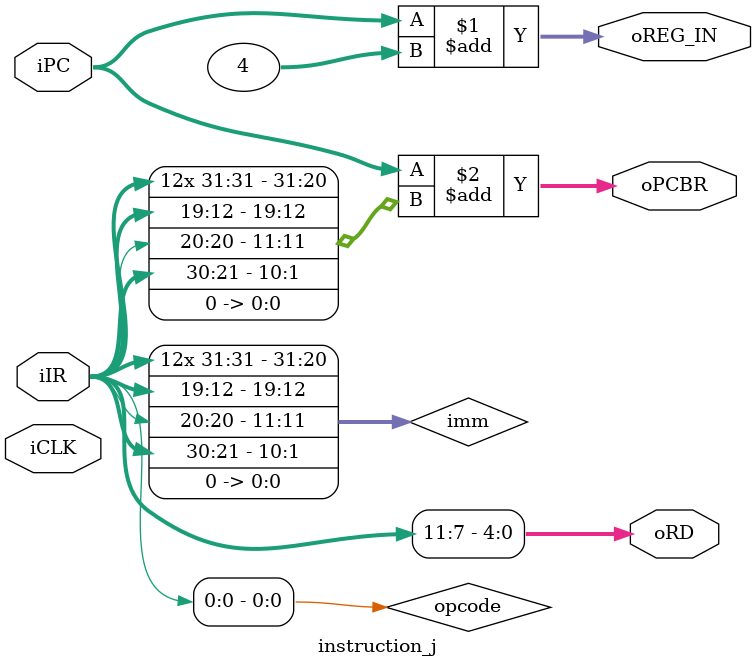
<source format=v>
module instruction_j (
    input           iCLK,
    input   [31:0]  iIR,
    input   [7:0]   iPC,

    output  [4:0]   oRD,
    output  [31:0]  oREG_IN,
    output  [31:0]  oPCBR
);

    wire        [31:0]  imm;
    wire        [31:0]  jump;

    assign opcode   = iIR[6:0];
    assign oRD      = iIR[11:7];

    assign imm      = {{12{iIR[31]}}, iIR[19:12], iIR[20], iIR[30:21], 1'b0};

    assign oREG_IN  = iPC + 4;
    assign oPCBR    = iPC+ imm;

endmodule

</source>
